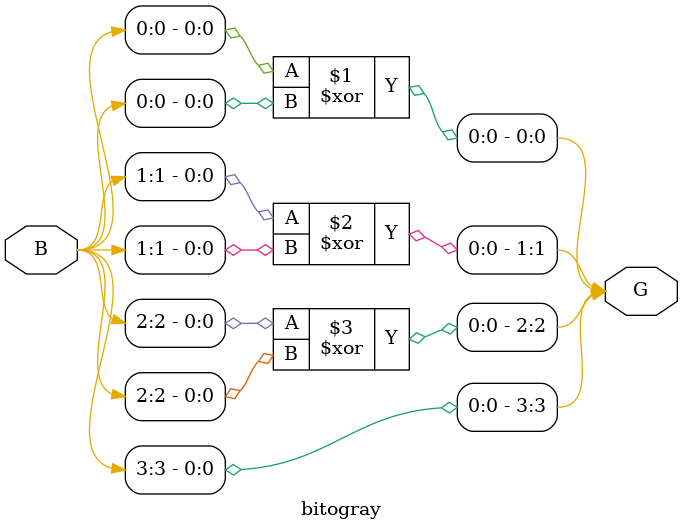
<source format=v>
module bitogray (
input [3:0] B,
output [3:0]G
); 

assign G[0] = B[0] ^ B[0];
assign G[1] = B[1] ^ B[1];
assign G[2] = B[2] ^ B[2];
assign G[3] = B[3];
endmodule 

</source>
